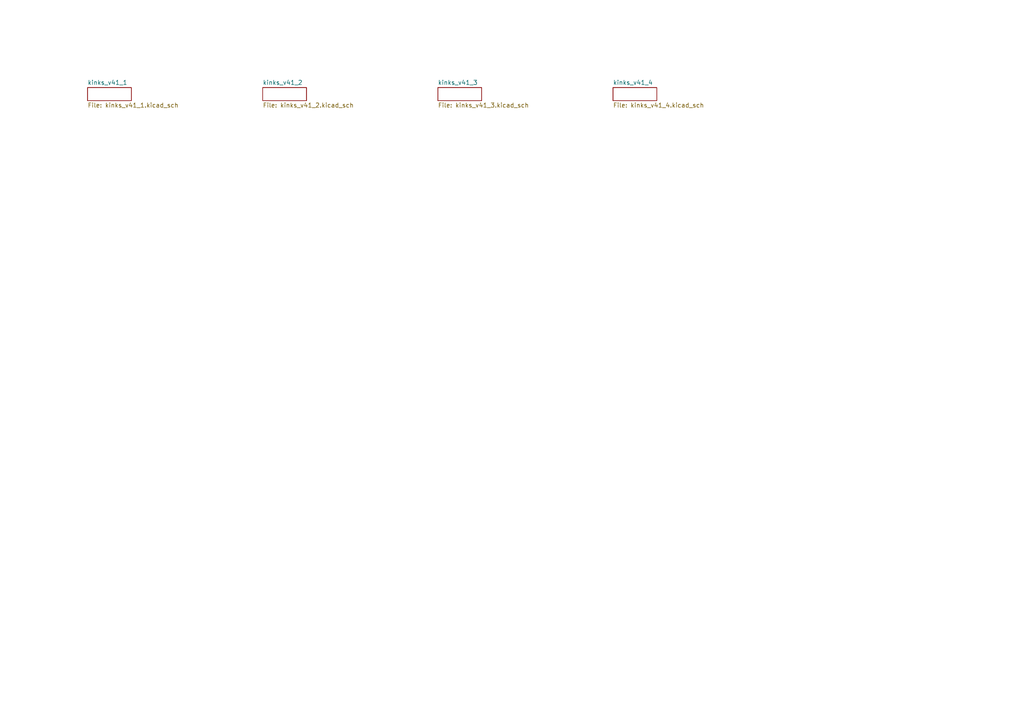
<source format=kicad_sch>
(kicad_sch (version 20211123) (generator eeschema)
  (paper "A4")
  (lib_symbols)
  (sheet (at 76.2 25.4) (size 12.7 3.81)
    (property "Sheet name" "kinks_v41_2" (at 76.2 24.6884 0) (effects (justify left bottom)))
    (property "Sheet file" "kinks_v41_2.kicad_sch" (at 76.2 29.7946 0) (effects (justify left top)))
  )
  (sheet (at 177.8 25.4) (size 12.7 3.81)
    (property "Sheet name" "kinks_v41_4" (at 177.8 24.6884 0) (effects (justify left bottom)))
    (property "Sheet file" "kinks_v41_4.kicad_sch" (at 177.8 29.7946 0) (effects (justify left top)))
  )
  (sheet (at 25.4 25.4) (size 12.7 3.81)
    (property "Sheet name" "kinks_v41_1" (at 25.4 24.6884 0) (effects (justify left bottom)))
    (property "Sheet file" "kinks_v41_1.kicad_sch" (at 25.4 29.7946 0) (effects (justify left top)))
  )
  (sheet (at 127 25.4) (size 12.7 3.81)
    (property "Sheet name" "kinks_v41_3" (at 127 24.6884 0) (effects (justify left bottom)))
    (property "Sheet file" "kinks_v41_3.kicad_sch" (at 127 29.7946 0) (effects (justify left top)))
  )
)
</source>
